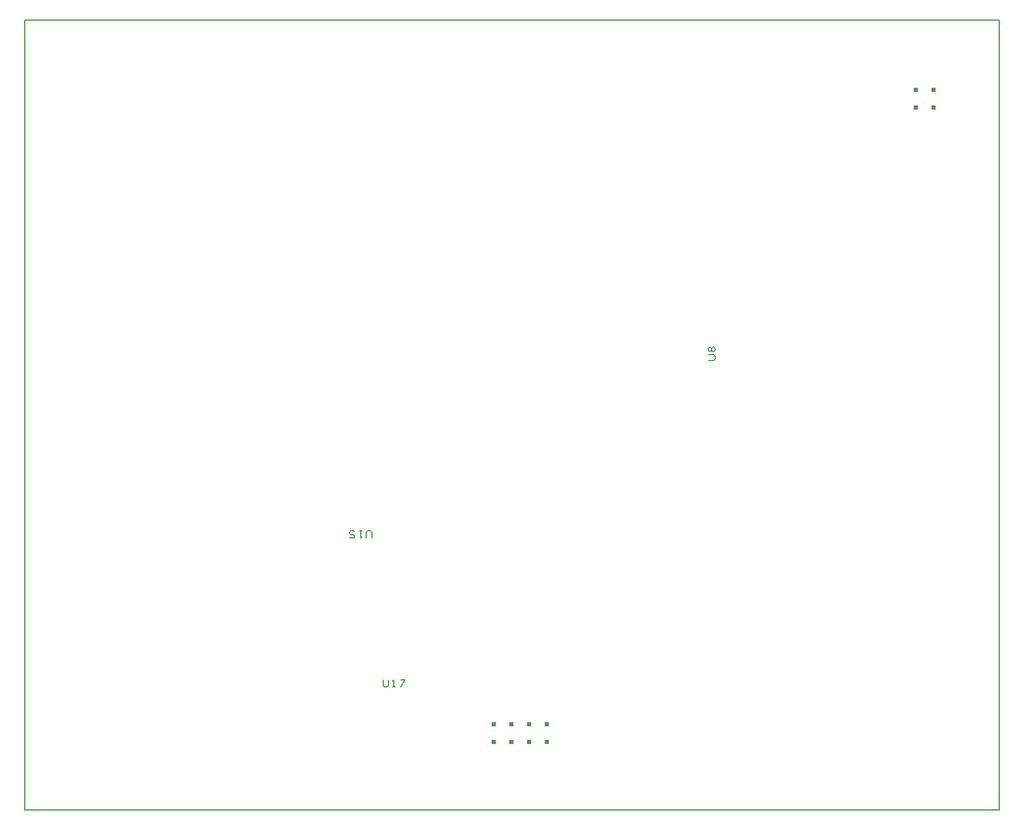
<source format=gbr>
%FSLAX23Y23*%
%MOIN*%
G04 EasyPC Gerber Version 14.0.2 Build 2922 *
%ADD10C,0.00100*%
%ADD11C,0.00500*%
X0Y0D02*
D02*
D10*
X2663Y400D02*
X2643D01*
Y380*
X2663*
Y400*
G36*
X2643*
Y380*
X2663*
Y400*
G37*
Y500D02*
X2643D01*
Y480*
X2663*
Y500*
G36*
X2643*
Y480*
X2663*
Y500*
G37*
X2763Y400D02*
X2743D01*
Y380*
X2763*
Y400*
G36*
X2743*
Y380*
X2763*
Y400*
G37*
Y500D02*
X2743D01*
Y480*
X2763*
Y500*
G36*
X2743*
Y480*
X2763*
Y500*
G37*
X2863Y400D02*
X2843D01*
Y380*
X2863*
Y400*
G36*
X2843*
Y380*
X2863*
Y400*
G37*
Y500D02*
X2843D01*
Y480*
X2863*
Y500*
G36*
X2843*
Y480*
X2863*
Y500*
G37*
X2963Y400D02*
X2943D01*
Y380*
X2963*
Y400*
G36*
X2943*
Y380*
X2963*
Y400*
G37*
Y500D02*
X2943D01*
Y480*
X2963*
Y500*
G36*
X2943*
Y480*
X2963*
Y500*
G37*
X5030Y3968D02*
X5050D01*
Y3988*
X5030*
Y3968*
G36*
X5050*
Y3988*
X5030*
Y3968*
G37*
Y4068D02*
X5050D01*
Y4088*
X5030*
Y4068*
G36*
X5050*
Y4088*
X5030*
Y4068*
G37*
X5130Y3968D02*
X5150D01*
Y3988*
X5130*
Y3968*
G36*
X5150*
Y3988*
X5130*
Y3968*
G37*
Y4068D02*
X5150D01*
Y4088*
X5130*
Y4068*
G36*
X5150*
Y4088*
X5130*
Y4068*
G37*
D02*
D11*
X3Y3D02*
X5514D01*
Y4471*
X3*
Y3*
X1965Y1543D02*
Y1571D01*
X1962Y1578*
X1956Y1581*
X1943*
X1937Y1578*
X1934Y1571*
Y1543*
X1909Y1581D02*
X1896D01*
X1903D02*
Y1543D01*
X1909Y1549*
X1865Y1578D02*
X1859Y1581D01*
X1849*
X1843Y1578*
X1840Y1571*
Y1568*
X1843Y1562*
X1849Y1559*
X1865*
Y1543*
X1840*
X2028Y737D02*
Y709D01*
X2031Y703*
X2037Y699*
X2049*
X2056Y703*
X2059Y709*
Y737*
X2084Y699D02*
X2096D01*
X2090D02*
Y737D01*
X2084Y731*
X2128Y699D02*
X2153Y737D01*
X2128*
X3868Y2546D02*
X3896D01*
X3902Y2549*
X3905Y2555*
Y2568*
X3902Y2574*
X3896Y2577*
X3868*
X3886Y2605D02*
Y2612D01*
X3883Y2618*
X3877Y2621*
X3871Y2618*
X3868Y2612*
Y2605*
X3871Y2599*
X3877Y2596*
X3883Y2599*
X3886Y2605*
X3889Y2599*
X3896Y2596*
X3902Y2599*
X3905Y2605*
Y2612*
X3902Y2618*
X3896Y2621*
X3889Y2618*
X3886Y2612*
X0Y0D02*
M02*

</source>
